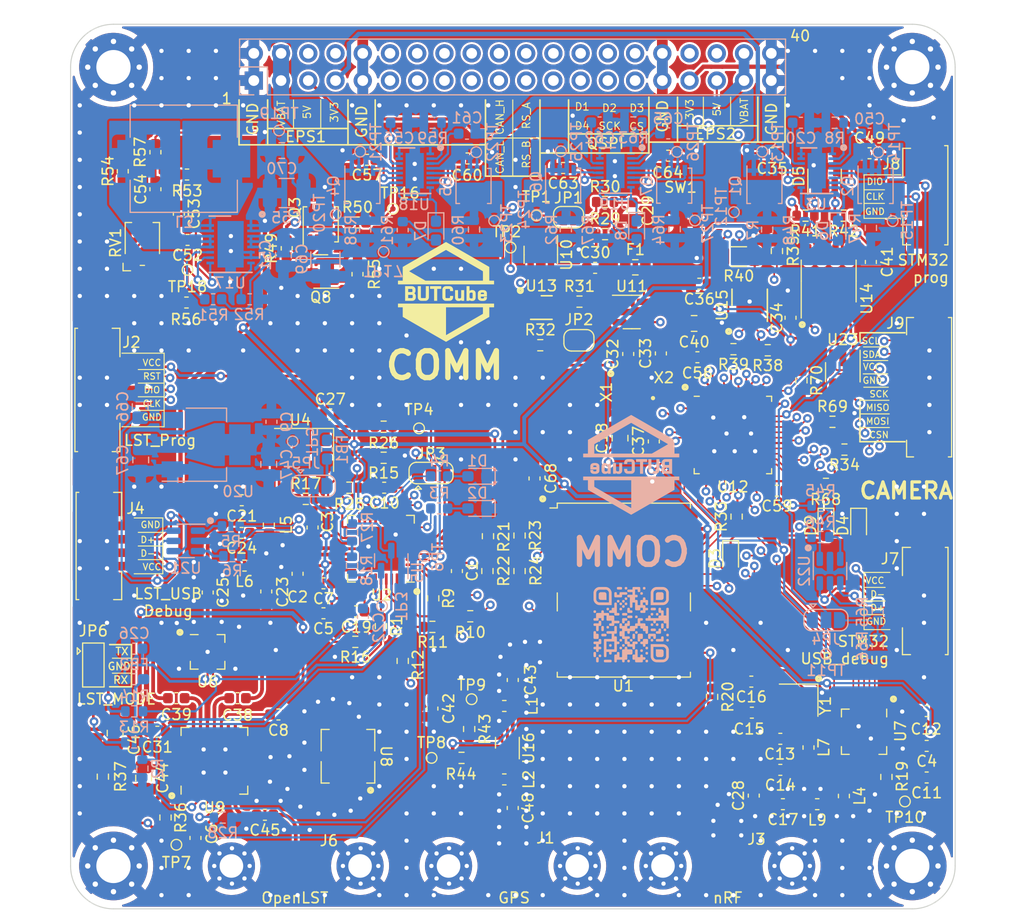
<source format=kicad_pcb>
(kicad_pcb (version 20211014) (generator pcbnew)

  (general
    (thickness 0.986)
  )

  (paper "A4")
  (layers
    (0 "F.Cu" power)
    (1 "In1.Cu" mixed)
    (2 "In2.Cu" mixed)
    (31 "B.Cu" power)
    (32 "B.Adhes" user "B.Adhesive")
    (33 "F.Adhes" user "F.Adhesive")
    (34 "B.Paste" user)
    (35 "F.Paste" user)
    (36 "B.SilkS" user "B.Silkscreen")
    (37 "F.SilkS" user "F.Silkscreen")
    (38 "B.Mask" user)
    (39 "F.Mask" user)
    (40 "Dwgs.User" user "User.Drawings")
    (41 "Cmts.User" user "User.Comments")
    (42 "Eco1.User" user "User.Eco1")
    (43 "Eco2.User" user "User.Eco2")
    (44 "Edge.Cuts" user)
    (45 "Margin" user)
    (46 "B.CrtYd" user "B.Courtyard")
    (47 "F.CrtYd" user "F.Courtyard")
    (48 "B.Fab" user)
    (49 "F.Fab" user)
    (50 "User.1" user)
    (51 "User.2" user)
    (52 "User.3" user)
    (53 "User.4" user)
    (54 "User.5" user)
    (55 "User.6" user)
    (56 "User.7" user)
    (57 "User.8" user)
    (58 "User.9" user)
  )

  (setup
    (stackup
      (layer "F.SilkS" (type "Top Silk Screen"))
      (layer "F.Paste" (type "Top Solder Paste"))
      (layer "F.Mask" (type "Top Solder Mask") (thickness 0.01))
      (layer "F.Cu" (type "copper") (thickness 0.018))
      (layer "dielectric 1" (type "core") (thickness 0.175) (material "FR4") (epsilon_r 4.5) (loss_tangent 0.02))
      (layer "In1.Cu" (type "copper") (thickness 0.035))
      (layer "dielectric 2" (type "prepreg") (thickness 0.51) (material "FR4") (epsilon_r 4.5) (loss_tangent 0.02))
      (layer "In2.Cu" (type "copper") (thickness 0.035))
      (layer "dielectric 3" (type "core") (thickness 0.175) (material "FR4") (epsilon_r 4.5) (loss_tangent 0.02))
      (layer "B.Cu" (type "copper") (thickness 0.018))
      (layer "B.Mask" (type "Bottom Solder Mask") (thickness 0.01))
      (layer "B.Paste" (type "Bottom Solder Paste"))
      (layer "B.SilkS" (type "Bottom Silk Screen"))
      (copper_finish "None")
      (dielectric_constraints no)
    )
    (pad_to_mask_clearance 0)
    (pcbplotparams
      (layerselection 0x00010fc_ffffffff)
      (disableapertmacros false)
      (usegerberextensions false)
      (usegerberattributes true)
      (usegerberadvancedattributes true)
      (creategerberjobfile true)
      (svguseinch false)
      (svgprecision 6)
      (excludeedgelayer true)
      (plotframeref false)
      (viasonmask false)
      (mode 1)
      (useauxorigin false)
      (hpglpennumber 1)
      (hpglpenspeed 20)
      (hpglpendiameter 15.000000)
      (dxfpolygonmode true)
      (dxfimperialunits true)
      (dxfusepcbnewfont true)
      (psnegative false)
      (psa4output false)
      (plotreference true)
      (plotvalue true)
      (plotinvisibletext false)
      (sketchpadsonfab false)
      (subtractmaskfromsilk false)
      (outputformat 1)
      (mirror false)
      (drillshape 1)
      (scaleselection 1)
      (outputdirectory "")
    )
  )

  (net 0 "")
  (net 1 "Net-(C1-Pad1)")
  (net 2 "GND")
  (net 3 "+3V3")
  (net 4 "/OpenLST (Beacon)/PA_VAPC")
  (net 5 "+3V8")
  (net 6 "/OpenLST (Beacon)/VDD_USB_LST")
  (net 7 "Net-(C12-Pad1)")
  (net 8 "Net-(C13-Pad2)")
  (net 9 "Net-(C15-Pad1)")
  (net 10 "Net-(C16-Pad1)")
  (net 11 "Net-(C17-Pad1)")
  (net 12 "Net-(C17-Pad2)")
  (net 13 "/MCU/MCU_POWER")
  (net 14 "Net-(C19-Pad1)")
  (net 15 "/3V3 power share/VCC_EN")
  (net 16 "Net-(C21-Pad2)")
  (net 17 "Net-(C22-Pad1)")
  (net 18 "Net-(C23-Pad2)")
  (net 19 "Net-(C24-Pad1)")
  (net 20 "Net-(C24-Pad2)")
  (net 21 "Net-(C25-Pad2)")
  (net 22 "Net-(C26-Pad1)")
  (net 23 "Net-(C29-Pad1)")
  (net 24 "/3V3 power share/EPS#1")
  (net 25 "Net-(C35-Pad2)")
  (net 26 "Net-(C38-Pad1)")
  (net 27 "Net-(C38-Pad2)")
  (net 28 "Net-(C39-Pad1)")
  (net 29 "Net-(C39-Pad2)")
  (net 30 "/MCU/VREF")
  (net 31 "Net-(C42-Pad1)")
  (net 32 "Net-(C43-Pad1)")
  (net 33 "Net-(C43-Pad2)")
  (net 34 "Net-(C45-Pad1)")
  (net 35 "Net-(C45-Pad2)")
  (net 36 "Net-(C48-Pad1)")
  (net 37 "Net-(C48-Pad2)")
  (net 38 "Net-(C49-Pad1)")
  (net 39 "/3V3 power share/EPS#2")
  (net 40 "Net-(C50-Pad1)")
  (net 41 "VIN")
  (net 42 "Net-(C52-Pad1)")
  (net 43 "Net-(C52-Pad2)")
  (net 44 "Net-(C53-Pad1)")
  (net 45 "Net-(C54-Pad1)")
  (net 46 "/Power Convertor/VBAT1/VCC_EN")
  (net 47 "/Power Convertor/EPS#1_VBAT")
  (net 48 "Net-(C57-Pad2)")
  (net 49 "Net-(C60-Pad1)")
  (net 50 "/Power Convertor/EPS#2_VBAT")
  (net 51 "Net-(C61-Pad1)")
  (net 52 "/5V power share/VCC_EN")
  (net 53 "/5V power share/EPS#1")
  (net 54 "Net-(C63-Pad2)")
  (net 55 "Net-(C64-Pad1)")
  (net 56 "/5V power share/EPS#2")
  (net 57 "Net-(C65-Pad1)")
  (net 58 "/OpenLST (Beacon)/USB_POWER_LST")
  (net 59 "Net-(D1-Pad2)")
  (net 60 "Net-(D2-Pad2)")
  (net 61 "Net-(D3-Pad1)")
  (net 62 "Net-(D4-Pad1)")
  (net 63 "/MCU/CAN_L")
  (net 64 "/MCU/CAN_H")
  (net 65 "Net-(D6-Pad1)")
  (net 66 "Net-(D6-Pad2)")
  (net 67 "Net-(D7-Pad1)")
  (net 68 "Net-(D7-Pad2)")
  (net 69 "Net-(D8-Pad1)")
  (net 70 "Net-(D8-Pad2)")
  (net 71 "Net-(D9-Pad1)")
  (net 72 "Net-(F1-Pad2)")
  (net 73 "Net-(FB1-Pad1)")
  (net 74 "/OpenLST (Beacon)/PROG_DD")
  (net 75 "/OpenLST (Beacon)/PROG_DC")
  (net 76 "/OpenLST (Beacon)/~{LST_RESET}")
  (net 77 "/MCU/USB_POWER")
  (net 78 "/MCU/SWCLK")
  (net 79 "/MCU/SWDIO")
  (net 80 "/MCU/QSPI_D1{slash}CAM_CSN")
  (net 81 "/MCU/QSPI_D2{slash}CAM_MOSI")
  (net 82 "/MCU/QSPI_D3{slash}CAM_MISO")
  (net 83 "/MCU/CAM_SCK")
  (net 84 "+5V")
  (net 85 "/I2C_SDA")
  (net 86 "/I2C_SCL")
  (net 87 "unconnected-(J12-Pad6)")
  (net 88 "unconnected-(J12-Pad8)")
  (net 89 "unconnected-(J12-Pad11)")
  (net 90 "unconnected-(J12-Pad12)")
  (net 91 "unconnected-(J12-Pad13)")
  (net 92 "unconnected-(J12-Pad14)")
  (net 93 "unconnected-(J12-Pad15)")
  (net 94 "unconnected-(J12-Pad16)")
  (net 95 "unconnected-(J12-Pad17)")
  (net 96 "unconnected-(J12-Pad18)")
  (net 97 "/MCU/RS_485_~{B}")
  (net 98 "/MCU/RS_485_A")
  (net 99 "unconnected-(J12-Pad23)")
  (net 100 "unconnected-(J12-Pad24)")
  (net 101 "/MCU/QSPI_D0")
  (net 102 "/MCU/QSPI_SCK")
  (net 103 "/MCU/QSPI_NCS")
  (net 104 "unconnected-(J12-Pad34)")
  (net 105 "unconnected-(J12-Pad36)")
  (net 106 "Net-(JP1-Pad1)")
  (net 107 "/MCU/NRST")
  (net 108 "Net-(JP2-Pad1)")
  (net 109 "Net-(JP2-Pad2)")
  (net 110 "/OpenLST (Beacon)/RF_EN")
  (net 111 "/OpenLST (Beacon)/RF_EN_MCU")
  (net 112 "/OpenLST (Beacon)/RF_PWR_EN")
  (net 113 "Net-(JP4-Pad3)")
  (net 114 "/MCU/VDD_USB")
  (net 115 "Net-(L3-Pad1)")
  (net 116 "Net-(L3-Pad2)")
  (net 117 "Net-(L4-Pad1)")
  (net 118 "Net-(L4-Pad2)")
  (net 119 "Net-(Q1-Pad5)")
  (net 120 "Net-(Q1-Pad4)")
  (net 121 "Net-(Q2-Pad4)")
  (net 122 "Net-(Q2-Pad5)")
  (net 123 "Net-(Q3-Pad4)")
  (net 124 "Net-(Q3-Pad5)")
  (net 125 "Net-(Q4-Pad5)")
  (net 126 "Net-(Q4-Pad4)")
  (net 127 "Net-(Q5-Pad4)")
  (net 128 "Net-(Q5-Pad5)")
  (net 129 "Net-(Q6-Pad5)")
  (net 130 "Net-(Q6-Pad4)")
  (net 131 "Net-(Q7-Pad4)")
  (net 132 "Net-(Q7-Pad5)")
  (net 133 "/OpenLST (Beacon)/~{LST_RX_MODE}")
  (net 134 "/OpenLST (Beacon)/LST_TX_MODE")
  (net 135 "Net-(R3-Pad2)")
  (net 136 "Net-(R4-Pad2)")
  (net 137 "Net-(R5-Pad1)")
  (net 138 "/OpenLST (Beacon)/USB_N")
  (net 139 "/OpenLST (Beacon)/USB_P")
  (net 140 "Net-(R6-Pad2)")
  (net 141 "Net-(R8-Pad2)")
  (net 142 "Net-(R9-Pad1)")
  (net 143 "/OpenLST (Beacon)/UART0_CTS")
  (net 144 "Net-(R10-Pad1)")
  (net 145 "/OpenLST (Beacon)/UART0_RTS")
  (net 146 "Net-(R11-Pad1)")
  (net 147 "/OpenLST (Beacon)/UART0_RX")
  (net 148 "Net-(R12-Pad1)")
  (net 149 "/OpenLST (Beacon)/UART0_TX")
  (net 150 "Net-(R15-Pad2)")
  (net 151 "Net-(R16-Pad2)")
  (net 152 "Net-(R17-Pad1)")
  (net 153 "Net-(R17-Pad2)")
  (net 154 "Net-(R19-Pad2)")
  (net 155 "/OpenLST (Beacon)/AN0")
  (net 156 "/OpenLST (Beacon)/AN1")
  (net 157 "Net-(R25-Pad2)")
  (net 158 "/OpenLST (Beacon)/RF_BYP")
  (net 159 "Net-(R32-Pad1)")
  (net 160 "/MCU/LED2")
  (net 161 "/MCU/CAN_RS")
  (net 162 "/MCU/RS_485_R_EN")
  (net 163 "/MCU/RS_485_T_EN")
  (net 164 "Net-(R43-Pad2)")
  (net 165 "Net-(R44-Pad1)")
  (net 166 "Net-(R44-Pad2)")
  (net 167 "Net-(R45-Pad1)")
  (net 168 "/MCU/USB_N")
  (net 169 "/MCU/USB_P")
  (net 170 "Net-(R46-Pad2)")
  (net 171 "Net-(R51-Pad2)")
  (net 172 "Net-(R52-Pad1)")
  (net 173 "Net-(R54-Pad2)")
  (net 174 "Net-(R59-Pad2)")
  (net 175 "Net-(R63-Pad2)")
  (net 176 "unconnected-(U1-Pad1)")
  (net 177 "unconnected-(U1-Pad3)")
  (net 178 "/GPS Module/IRQ")
  (net 179 "unconnected-(U1-Pad5)")
  (net 180 "unconnected-(U1-Pad6)")
  (net 181 "/GPS Module/RESET")
  (net 182 "unconnected-(U1-Pad15)")
  (net 183 "unconnected-(U1-Pad16)")
  (net 184 "unconnected-(U1-Pad17)")
  (net 185 "/GPS Module/TXD")
  (net 186 "/GPS Module/RXD")
  (net 187 "unconnected-(U2-Pad8)")
  (net 188 "unconnected-(U2-Pad18)")
  (net 189 "unconnected-(U2-Pad20)")
  (net 190 "/MCU/NRF_CE")
  (net 191 "/MCU/NRF_SPI_CSN")
  (net 192 "/MCU/NRF_SPI_SCK")
  (net 193 "/MCU/NRF_SPI_MOSI")
  (net 194 "/MCU/NRF_SPI_MISO")
  (net 195 "/MCU/NRF_IRQ")
  (net 196 "Net-(U8-Pad2)")
  (net 197 "Net-(U8-Pad6)")
  (net 198 "unconnected-(U9-Pad14)")
  (net 199 "unconnected-(U9-Pad16)")
  (net 200 "unconnected-(U9-Pad25)")
  (net 201 "unconnected-(U10-Pad3)")
  (net 202 "/MCU/WDG_RESET")
  (net 203 "unconnected-(U11-Pad3)")
  (net 204 "unconnected-(U12-Pad1)")
  (net 205 "/MCU/LSE")
  (net 206 "/MCU/HSE")
  (net 207 "/MCU/CAN_RX")
  (net 208 "/MCU/CAN_TX")
  (net 209 "unconnected-(U13-Pad3)")
  (net 210 "/MCU/RS_485_R")
  (net 211 "/MCU/RS_485_T")
  (net 212 "unconnected-(U15-Pad7)")
  (net 213 "Net-(JP6-Pad3)")
  (net 214 "/camera/CAM_VCC")
  (net 215 "Net-(R70-Pad1)")
  (net 216 "Net-(J4-Pad2)")
  (net 217 "Net-(J4-Pad3)")
  (net 218 "Net-(J7-Pad2)")
  (net 219 "Net-(J7-Pad3)")
  (net 220 "Net-(JP6-Pad1)")
  (net 221 "unconnected-(X1-Pad1)")

  (footprint "Capacitor_SMD:C_0805_2012Metric_Pad1.18x1.45mm_HandSolder" (layer "F.Cu") (at 143.1544 71.9044))

  (footprint "TCY_Buttons:KMT031NGJLHS" (layer "F.Cu") (at 141.8844 61.5881))

  (footprint "Resistor_SMD:R_0603_1608Metric" (layer "F.Cu") (at 93.853 117.983 90))

  (footprint "Resistor_SMD:R_0603_1608Metric" (layer "F.Cu") (at 157.099 61.849 180))

  (footprint "Package_DFN_QFN:QFN-20-1EP_4x4mm_P0.5mm_EP2.5x2.5mm" (layer "F.Cu") (at 159.004 109.982 -90))

  (footprint "MountingHole:MountingHole_3.2mm_M3_Pad_Via" (layer "F.Cu") (at 163.5 122.5))

  (footprint "Resistor_SMD:R_0603_1608Metric" (layer "F.Cu") (at 123.9266 91.7448 90))

  (footprint "Capacitor_SMD:C_0603_1608Metric" (layer "F.Cu") (at 94.8583 106.8505))

  (footprint "Resistor_SMD:R_1206_3216Metric" (layer "F.Cu") (at 147.32 65.659 180))

  (footprint "Inductor_SMD:L_0603_1608Metric" (layer "F.Cu") (at 103.492 90.678 -90))

  (footprint "Resistor_SMD:R_0603_1608Metric" (layer "F.Cu") (at 121.4628 112.4204))

  (footprint "MountingHole:MountingHole_3.2mm_M3_Pad_Via" (layer "F.Cu") (at 89 48))

  (footprint "Capacitor_SMD:C_0603_1608Metric" (layer "F.Cu") (at 100.965 88.392))

  (footprint "TCY_Connector:Amphenol 10114830-10104LF 1x04 Horizontal" (layer "F.Cu") (at 88.265 92.6592 -90))

  (footprint "Capacitor_SMD:C_0603_1608Metric" (layer "F.Cu") (at 128.27 86.36 90))

  (footprint "Capacitor_SMD:C_0603_1608Metric" (layer "F.Cu") (at 152.146 71.374 90))

  (footprint "Resistor_SMD:R_0603_1608Metric" (layer "F.Cu") (at 153.162 77.216 -90))

  (footprint "Capacitor_SMD:C_0603_1608Metric" (layer "F.Cu") (at 114.2492 87.2236 180))

  (footprint "Inductor_SMD:L_0603_1608Metric" (layer "F.Cu") (at 125.45 114.427 180))

  (footprint "RF_GPS:ublox_NEO" (layer "F.Cu") (at 136.6012 96.774))

  (footprint "Package_TO_SOT_SMD:SOT-23-6_Handsoldering" (layer "F.Cu") (at 157.0228 76.454 -90))

  (footprint "Capacitor_SMD:C_0603_1608Metric" (layer "F.Cu") (at 108.585 96.139 180))

  (footprint "Inductor_SMD:L_0603_1608Metric" (layer "F.Cu") (at 105.156 64.897 90))

  (footprint "Resistor_SMD:R_0603_1608Metric" (layer "F.Cu") (at 161.0868 114.1984 90))

  (footprint "Jumper:SolderJumper-2_P1.3mm_Open_RoundedPad1.0x1.5mm" (layer "F.Cu") (at 132.4108 73.4753 180))

  (footprint "Capacitor_SMD:C_0603_1608Metric" (layer "F.Cu") (at 118.745 107.823 -90))

  (footprint "Jumper:SolderJumper-2_P1.3mm_Open_RoundedPad1.0x1.5mm" (layer "F.Cu") (at 131.4456 61.9945))

  (footprint "Inductor_SMD:L_0603_1608Metric" (layer "F.Cu") (at 95.8596 58.0136))

  (footprint "Capacitor_SMD:C_0603_1608Metric" (layer "F.Cu") (at 133.9218 66.7189))

  (footprint "Capacitor_SMD:C_0603_1608Metric" (layer "F.Cu") (at 126.24 105.156 -90))

  (footprint "Capacitor_SMD:C_0603_1608Metric" (layer "F.Cu") (at 151.1938 113.538))

  (footprint "MountingHole:MountingHole_3.2mm_M3_Pad_Via" (layer "F.Cu") (at 163.5 48))

  (footprint "Resistor_SMD:R_0603_1608Metric" (layer "F.Cu") (at 111.5568 101.6 180))

  (footprint "Resistor_SMD:R_0603_1608Metric" (layer "F.Cu") (at 118.8212 97.536 -90))

  (footprint "Resistor_SMD:R_0603_1608Metric" (layer "F.Cu") (at 134.8492 60.5721))

  (footprint "Resistor_SMD:R_0603_1608Metric" (layer "F.Cu") (at 157.1752 83.6676 180))

  (footprint "Capacitor_SMD:C_0603_1608Metric" (layer "F.Cu") (at 122.0216 56.515))

  (footprint "TCY_Connector:TestPoint_Pad_D0.5mm" (layer "F.Cu") (at 122.4026 106.947))

  (footprint "Resistor_SMD:R_0603_1608Metric" (layer "F.Cu") (at 126.873 94.996 90))

  (footprint "Resistor_SMD:R_0603_1608Metric" (layer "F.Cu") (at 115.9764 103.378 -90))

  (footprint "Capacitor_SMD:C_0603_1608Metric" (layer "F.Cu") (at 139.3952 82.9056 90))

  (footprint "Resistor_SMD:R_0603_1608Metric" (layer "F.Cu") (at 110.998 87.2236))

  (footprint "Resistor_SMD:R_0603_1608Metric" (layer "F.Cu") (at 113.9444 100.1268 90))

  (footprint "footprints:iPEX" (layer "F.Cu") (at 146.25 122.5 180))

  (footprint "Capacitor_SMD:C_0603_1608Metric" (layer "F.Cu") (at 148.717 115.938 90))

  (footprint "Capacitor_SMD:C_0603_1608Metric" (layer "F.Cu") (at 164.846 114.2492 180))

  (footprint "Capacitor_SMD:C_0603_1608Metric" (layer "F.Cu") (at 112.649 56.642))

  (footprint "Inductor_SMD:L_0603_1608Metric" (layer "F.Cu") (at 153.8224 111.4552 -90))

  (footprint "Capacitor_SMD:C_0603_1608Metric" (layer "F.Cu") (at 137.414 61.3849 -90))

  (footprint "Capacitor_SMD:C_0603_1608Metric" (layer "F.Cu") (at 159.517223 56.0263))

  (footprint "Resistor_SMD:R_0603_1608Metric" (layer "F.Cu") (at 144.8308 106.7308 90))

  (footprint "Resistor_SMD:R_0603_1608Metric" (layer "F.Cu") (at 123.8758 94.996 90))

  (footprint "footprints:iPEX" (layer "F.Cu") (at 106 122.5 180))

  (footprint "Capacitor_SMD:C_0603_1608Metric" (layer "F.Cu") (at 100.952 91.44 180))

  (footprint "TCY_Connector:TestPoint_Pad_D0.5mm" (layer "F.Cu") (at 117.5004 81.6864))

  (footprint "Package_DFN_QFN:DFN-10-1EP_3x3mm_P0.5mm_EP1.55x2.48mm" (layer "F.Cu")
    (tedit 5EA4BECA) (tstamp 64263d5c-9427-4c92-a73a-afe8e63e20fb)
    (at 148.336 70.2056 90)
    (descr "10-Lead Plastic Dual Flat, No Lead Package (MF) - 3x3x0.9 mm Body [DFN] (see Microchip Packaging Specification 00000049BS.pdf)")
    (tags "DFN 0.5")
    (property "Sheetfile" "mcu_comm.kicad_sch")
    (property "Sheetname" "MCU")
    (path "/81a5172c-b171-400d-8856-41d6e486bdd1/a66e8b44-b972-4f7b-ba80-f64e58de1944")
    (attr smd)
    (fp_text reference "U15" (at 0 -2.575 90) (layer "F.SilkS")
      (effects (font (size 1 1) (thickness 0.15)))
      (tstamp af58d6aa-33e4-4da2-8ea3-2304125e31c0)
    )
    (fp_text value "MAX13430ETB+" (at 0 2.575 90) (layer "F.Fab")
      (effects (font (size 1 1) (thickness 0.15)))
      (tstamp 94937ca0-c1d9-424d-88cf-010fb503f8a5)
    )
    (fp_text user "${REFERENCE}" (at 0 0 90) (layer "F.Fab")
      (effects (font (size 0.7 0.7) (thickness 0.105)))
      (tstamp 67a55320-79e2-4952-9d6a-671cbdcfc9f7)
    )
    (fp_line (start -1.5 1.65) (end 1.5 1.65) (layer "F.SilkS") (width 0.15) (tstamp 47b3834c-8a87-4af3-9143-c88b9cd89304))
    (fp_line (start 0 -1.65) (end 1.5 -1.65) (layer "F.SilkS") (width 0.15) (tstamp adc74667-5dec-4b95-9d35-ffc7db9ad260))
    (fp_line (start -2.15 -1.85) (end -2.15 1.85) (layer "F.CrtYd") (width 0.05) (tstamp 20c401b1-c1bb-42cd-8ef2-fd89663a6cf3))
    (fp_line (start -2.15 1.85) (end 2.15 1.85) (layer "F.CrtYd") (width 0.05) (tstamp a7098063-91db-4dae-8c97-631051e8de0e))
    (fp_line (start 2.15 -1.85) (end 2.15 1.85) (layer "F.CrtYd") (width 0.05) (tstamp d1594cc0-0357-4de5-8d76-bb3a044297b2))
    (fp_line (start -2.15 -1.85) (end 2.15 -1.85) (layer "F.CrtYd") (width 0.05) (tstamp d500cfb3-be5f-4c90-8432-d0e5e29eda2a))
    (fp_line (start -1.5 -0.5) (end -0.5 -1.5) (layer "F.Fab") (width 0.15) (tstamp 4013842c-f594-4f18-a07a-785be971cdaf))
    (fp_line (start -1.5 1.5) (end -1.5 -0.5) (layer "F.Fab") (width 0.15) (tstamp 68cc97a1-6c76-411f-a28b-36162918d55d))
    (fp_line (start 1.5 1.5) (end -1.5 1.5) (layer "F.Fab") (width 0.15) (tstamp 6a2b63d3-b52c-4af8-b72e-63fe811d3d24))
    (fp_line (start 1.5 -1.5) (end 1.5 1.5) (layer "F.Fab") (width 0.15) (tstamp b6b0b082-3ad5-486d-9247-7e4db31838ef))
    (fp_line (start -0.5 -1.5) (end 1.5 -1.5) (layer "F.Fab") (width 0.15) (tstamp c40a33aa-f777-4109-9efd-12123c039897))
    (pad "" smd rect locked (at 0.3875 0.62 90) (size 0.6 1.05) (layers "F.Paste") (tstamp 13432df8-5be2-422d-b431-13bedccbff4d))
    (pad "" smd rect locked (at -0.3875 -0.62 90) (size 0.6 1.05) (layers "F.Paste") (tstamp 4be9d67c-a6f3-435e-8133-0f53bd74a878))
    (pad "" smd rect locked (at -0.3875 0.62 90) (size 0.6 1.05) (layers "F.Paste") (tstamp 5d69c
... [4124601 chars truncated]
</source>
